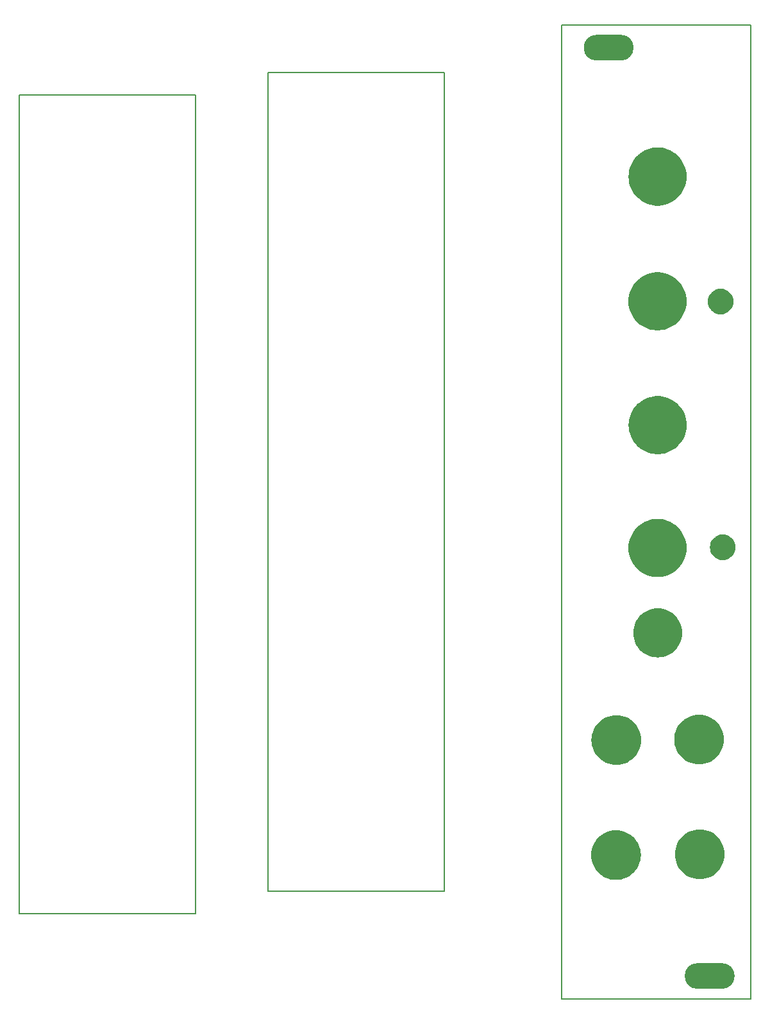
<source format=gbr>
%TF.GenerationSoftware,KiCad,Pcbnew,7.0.11-7.0.11~ubuntu22.04.1*%
%TF.CreationDate,2024-09-22T10:35:27-04:00*%
%TF.ProjectId,ad-vca,61642d76-6361-42e6-9b69-6361645f7063,rev?*%
%TF.SameCoordinates,Original*%
%TF.FileFunction,Profile,NP*%
%FSLAX46Y46*%
G04 Gerber Fmt 4.6, Leading zero omitted, Abs format (unit mm)*
G04 Created by KiCad (PCBNEW 7.0.11-7.0.11~ubuntu22.04.1) date 2024-09-22 10:35:27*
%MOMM*%
%LPD*%
G01*
G04 APERTURE LIST*
%TA.AperFunction,Profile*%
%ADD10C,0.150000*%
%TD*%
%TA.AperFunction,Profile*%
%ADD11C,0.200000*%
%TD*%
G04 APERTURE END LIST*
D10*
X179243834Y-137101610D02*
X179597615Y-137161720D01*
X179942441Y-137261062D01*
X180273976Y-137398389D01*
X180588051Y-137571972D01*
X180880715Y-137779628D01*
X181148290Y-138018747D01*
X181387409Y-138286322D01*
X181595065Y-138578986D01*
X181768648Y-138893061D01*
X181905975Y-139224596D01*
X182005317Y-139569422D01*
X182065427Y-139923203D01*
X182085548Y-140281489D01*
X182065427Y-140639775D01*
X182005317Y-140993556D01*
X181905975Y-141338382D01*
X181768648Y-141669917D01*
X181595065Y-141983992D01*
X181387409Y-142276656D01*
X181148290Y-142544231D01*
X180880715Y-142783350D01*
X180588051Y-142991006D01*
X180273976Y-143164589D01*
X179942441Y-143301916D01*
X179597615Y-143401258D01*
X179243834Y-143461368D01*
X178885548Y-143481489D01*
X178527262Y-143461368D01*
X178173481Y-143401258D01*
X177828655Y-143301916D01*
X177497120Y-143164589D01*
X177183045Y-142991006D01*
X176890381Y-142783350D01*
X176622806Y-142544231D01*
X176383687Y-142276656D01*
X176176031Y-141983992D01*
X176002448Y-141669917D01*
X175865121Y-141338382D01*
X175765779Y-140993556D01*
X175705669Y-140639775D01*
X175685548Y-140281489D01*
X175705669Y-139923203D01*
X175765779Y-139569422D01*
X175865121Y-139224596D01*
X176002448Y-138893061D01*
X176176031Y-138578986D01*
X176383687Y-138286322D01*
X176622806Y-138018747D01*
X176890381Y-137779628D01*
X177183045Y-137571972D01*
X177497120Y-137398389D01*
X177828655Y-137261062D01*
X178173481Y-137161720D01*
X178527262Y-137101610D01*
X178885548Y-137081489D01*
X179243834Y-137101610D01*
%TA.AperFunction,Profile*%
G36*
X179243834Y-137101610D02*
G01*
X179597615Y-137161720D01*
X179942441Y-137261062D01*
X180273976Y-137398389D01*
X180588051Y-137571972D01*
X180880715Y-137779628D01*
X181148290Y-138018747D01*
X181387409Y-138286322D01*
X181595065Y-138578986D01*
X181768648Y-138893061D01*
X181905975Y-139224596D01*
X182005317Y-139569422D01*
X182065427Y-139923203D01*
X182085548Y-140281489D01*
X182065427Y-140639775D01*
X182005317Y-140993556D01*
X181905975Y-141338382D01*
X181768648Y-141669917D01*
X181595065Y-141983992D01*
X181387409Y-142276656D01*
X181148290Y-142544231D01*
X180880715Y-142783350D01*
X180588051Y-142991006D01*
X180273976Y-143164589D01*
X179942441Y-143301916D01*
X179597615Y-143401258D01*
X179243834Y-143461368D01*
X178885548Y-143481489D01*
X178527262Y-143461368D01*
X178173481Y-143401258D01*
X177828655Y-143301916D01*
X177497120Y-143164589D01*
X177183045Y-142991006D01*
X176890381Y-142783350D01*
X176622806Y-142544231D01*
X176383687Y-142276656D01*
X176176031Y-141983992D01*
X176002448Y-141669917D01*
X175865121Y-141338382D01*
X175765779Y-140993556D01*
X175705669Y-140639775D01*
X175685548Y-140281489D01*
X175705669Y-139923203D01*
X175765779Y-139569422D01*
X175865121Y-139224596D01*
X176002448Y-138893061D01*
X176176031Y-138578986D01*
X176383687Y-138286322D01*
X176622806Y-138018747D01*
X176890381Y-137779628D01*
X177183045Y-137571972D01*
X177497120Y-137398389D01*
X177828655Y-137261062D01*
X178173481Y-137161720D01*
X178527262Y-137101610D01*
X178885548Y-137081489D01*
X179243834Y-137101610D01*
G37*
%TD.AperFunction*%
X184930229Y-96055601D02*
X185302686Y-96132143D01*
X185665488Y-96245973D01*
X186014912Y-96395923D01*
X186347374Y-96580454D01*
X186659461Y-96797673D01*
X186947971Y-97045351D01*
X187209944Y-97320946D01*
X187442691Y-97621630D01*
X187643824Y-97944319D01*
X187811280Y-98285700D01*
X187943339Y-98642271D01*
X188038647Y-99010373D01*
X188096226Y-99386228D01*
X188115485Y-99765980D01*
X188096226Y-100145732D01*
X188038647Y-100521587D01*
X187943339Y-100889689D01*
X187811280Y-101246260D01*
X187643824Y-101587641D01*
X187442691Y-101910330D01*
X187209944Y-102211014D01*
X186947971Y-102486609D01*
X186659461Y-102734287D01*
X186347374Y-102951506D01*
X186014912Y-103136037D01*
X185665488Y-103285987D01*
X185302686Y-103399817D01*
X184930229Y-103476359D01*
X184551940Y-103514827D01*
X184171700Y-103514827D01*
X183793411Y-103476359D01*
X183420954Y-103399817D01*
X183058152Y-103285987D01*
X182708728Y-103136037D01*
X182376266Y-102951506D01*
X182064179Y-102734287D01*
X181775669Y-102486609D01*
X181513696Y-102211014D01*
X181280949Y-101910330D01*
X181079816Y-101587641D01*
X180912360Y-101246260D01*
X180780301Y-100889689D01*
X180684993Y-100521587D01*
X180627414Y-100145732D01*
X180608155Y-99765980D01*
X180627414Y-99386228D01*
X180684993Y-99010373D01*
X180780301Y-98642271D01*
X180912360Y-98285700D01*
X181079816Y-97944319D01*
X181280949Y-97621630D01*
X181513696Y-97320946D01*
X181775669Y-97045351D01*
X182064179Y-96797673D01*
X182376266Y-96580454D01*
X182708728Y-96395923D01*
X183058152Y-96245973D01*
X183420954Y-96132143D01*
X183793411Y-96055601D01*
X184171700Y-96017133D01*
X184551940Y-96017133D01*
X184930229Y-96055601D01*
%TA.AperFunction,Profile*%
G36*
X184930229Y-96055601D02*
G01*
X185302686Y-96132143D01*
X185665488Y-96245973D01*
X186014912Y-96395923D01*
X186347374Y-96580454D01*
X186659461Y-96797673D01*
X186947971Y-97045351D01*
X187209944Y-97320946D01*
X187442691Y-97621630D01*
X187643824Y-97944319D01*
X187811280Y-98285700D01*
X187943339Y-98642271D01*
X188038647Y-99010373D01*
X188096226Y-99386228D01*
X188115485Y-99765980D01*
X188096226Y-100145732D01*
X188038647Y-100521587D01*
X187943339Y-100889689D01*
X187811280Y-101246260D01*
X187643824Y-101587641D01*
X187442691Y-101910330D01*
X187209944Y-102211014D01*
X186947971Y-102486609D01*
X186659461Y-102734287D01*
X186347374Y-102951506D01*
X186014912Y-103136037D01*
X185665488Y-103285987D01*
X185302686Y-103399817D01*
X184930229Y-103476359D01*
X184551940Y-103514827D01*
X184171700Y-103514827D01*
X183793411Y-103476359D01*
X183420954Y-103399817D01*
X183058152Y-103285987D01*
X182708728Y-103136037D01*
X182376266Y-102951506D01*
X182064179Y-102734287D01*
X181775669Y-102486609D01*
X181513696Y-102211014D01*
X181280949Y-101910330D01*
X181079816Y-101587641D01*
X180912360Y-101246260D01*
X180780301Y-100889689D01*
X180684993Y-100521587D01*
X180627414Y-100145732D01*
X180608155Y-99765980D01*
X180627414Y-99386228D01*
X180684993Y-99010373D01*
X180780301Y-98642271D01*
X180912360Y-98285700D01*
X181079816Y-97944319D01*
X181280949Y-97621630D01*
X181513696Y-97320946D01*
X181775669Y-97045351D01*
X182064179Y-96797673D01*
X182376266Y-96580454D01*
X182708728Y-96395923D01*
X183058152Y-96245973D01*
X183420954Y-96132143D01*
X183793411Y-96055601D01*
X184171700Y-96017133D01*
X184551940Y-96017133D01*
X184930229Y-96055601D01*
G37*
%TD.AperFunction*%
X184959342Y-79839161D02*
X185331799Y-79915703D01*
X185694601Y-80029533D01*
X186044025Y-80179483D01*
X186376487Y-80364014D01*
X186688574Y-80581233D01*
X186977084Y-80828911D01*
X187239057Y-81104506D01*
X187471804Y-81405190D01*
X187672937Y-81727879D01*
X187840393Y-82069260D01*
X187972452Y-82425831D01*
X188067760Y-82793933D01*
X188125339Y-83169788D01*
X188144598Y-83549540D01*
X188125339Y-83929292D01*
X188067760Y-84305147D01*
X187972452Y-84673249D01*
X187840393Y-85029820D01*
X187672937Y-85371201D01*
X187471804Y-85693890D01*
X187239057Y-85994574D01*
X186977084Y-86270169D01*
X186688574Y-86517847D01*
X186376487Y-86735066D01*
X186044025Y-86919597D01*
X185694601Y-87069547D01*
X185331799Y-87183377D01*
X184959342Y-87259919D01*
X184581053Y-87298387D01*
X184200813Y-87298387D01*
X183822524Y-87259919D01*
X183450067Y-87183377D01*
X183087265Y-87069547D01*
X182737841Y-86919597D01*
X182405379Y-86735066D01*
X182093292Y-86517847D01*
X181804782Y-86270169D01*
X181542809Y-85994574D01*
X181310062Y-85693890D01*
X181108929Y-85371201D01*
X180941473Y-85029820D01*
X180809414Y-84673249D01*
X180714106Y-84305147D01*
X180656527Y-83929292D01*
X180637268Y-83549540D01*
X180656527Y-83169788D01*
X180714106Y-82793933D01*
X180809414Y-82425831D01*
X180941473Y-82069260D01*
X181108929Y-81727879D01*
X181310062Y-81405190D01*
X181542809Y-81104506D01*
X181804782Y-80828911D01*
X182093292Y-80581233D01*
X182405379Y-80364014D01*
X182737841Y-80179483D01*
X183087265Y-80029533D01*
X183450067Y-79915703D01*
X183822524Y-79839161D01*
X184200813Y-79800693D01*
X184581053Y-79800693D01*
X184959342Y-79839161D01*
%TA.AperFunction,Profile*%
G36*
X184959342Y-79839161D02*
G01*
X185331799Y-79915703D01*
X185694601Y-80029533D01*
X186044025Y-80179483D01*
X186376487Y-80364014D01*
X186688574Y-80581233D01*
X186977084Y-80828911D01*
X187239057Y-81104506D01*
X187471804Y-81405190D01*
X187672937Y-81727879D01*
X187840393Y-82069260D01*
X187972452Y-82425831D01*
X188067760Y-82793933D01*
X188125339Y-83169788D01*
X188144598Y-83549540D01*
X188125339Y-83929292D01*
X188067760Y-84305147D01*
X187972452Y-84673249D01*
X187840393Y-85029820D01*
X187672937Y-85371201D01*
X187471804Y-85693890D01*
X187239057Y-85994574D01*
X186977084Y-86270169D01*
X186688574Y-86517847D01*
X186376487Y-86735066D01*
X186044025Y-86919597D01*
X185694601Y-87069547D01*
X185331799Y-87183377D01*
X184959342Y-87259919D01*
X184581053Y-87298387D01*
X184200813Y-87298387D01*
X183822524Y-87259919D01*
X183450067Y-87183377D01*
X183087265Y-87069547D01*
X182737841Y-86919597D01*
X182405379Y-86735066D01*
X182093292Y-86517847D01*
X181804782Y-86270169D01*
X181542809Y-85994574D01*
X181310062Y-85693890D01*
X181108929Y-85371201D01*
X180941473Y-85029820D01*
X180809414Y-84673249D01*
X180714106Y-84305147D01*
X180656527Y-83929292D01*
X180637268Y-83549540D01*
X180656527Y-83169788D01*
X180714106Y-82793933D01*
X180809414Y-82425831D01*
X180941473Y-82069260D01*
X181108929Y-81727879D01*
X181310062Y-81405190D01*
X181542809Y-81104506D01*
X181804782Y-80828911D01*
X182093292Y-80581233D01*
X182405379Y-80364014D01*
X182737841Y-80179483D01*
X183087265Y-80029533D01*
X183450067Y-79915703D01*
X183822524Y-79839161D01*
X184200813Y-79800693D01*
X184581053Y-79800693D01*
X184959342Y-79839161D01*
G37*
%TD.AperFunction*%
D11*
X100060000Y-39998528D02*
X123380000Y-39998528D01*
X123380000Y-147998528D01*
X100060000Y-147998528D01*
X100060000Y-39998528D01*
D10*
X193234940Y-98092349D02*
X193479072Y-98150960D01*
X193711030Y-98247040D01*
X193925101Y-98378223D01*
X194116016Y-98541279D01*
X194279072Y-98732194D01*
X194410255Y-98946265D01*
X194506335Y-99178223D01*
X194564946Y-99422355D01*
X194584645Y-99672650D01*
X194564946Y-99922945D01*
X194506335Y-100167077D01*
X194410255Y-100399035D01*
X194279072Y-100613106D01*
X194116016Y-100804021D01*
X193925101Y-100967077D01*
X193711030Y-101098260D01*
X193479072Y-101194340D01*
X193234940Y-101252951D01*
X192984645Y-101272650D01*
X192734350Y-101252951D01*
X192490218Y-101194340D01*
X192258260Y-101098260D01*
X192044189Y-100967077D01*
X191853274Y-100804021D01*
X191690218Y-100613106D01*
X191559035Y-100399035D01*
X191462955Y-100167077D01*
X191404344Y-99922945D01*
X191384645Y-99672650D01*
X191404344Y-99422355D01*
X191462955Y-99178223D01*
X191559035Y-98946265D01*
X191690218Y-98732194D01*
X191853274Y-98541279D01*
X192044189Y-98378223D01*
X192258260Y-98247040D01*
X192490218Y-98150960D01*
X192734350Y-98092349D01*
X192984645Y-98072650D01*
X193234940Y-98092349D01*
%TA.AperFunction,Profile*%
G36*
X193234940Y-98092349D02*
G01*
X193479072Y-98150960D01*
X193711030Y-98247040D01*
X193925101Y-98378223D01*
X194116016Y-98541279D01*
X194279072Y-98732194D01*
X194410255Y-98946265D01*
X194506335Y-99178223D01*
X194564946Y-99422355D01*
X194584645Y-99672650D01*
X194564946Y-99922945D01*
X194506335Y-100167077D01*
X194410255Y-100399035D01*
X194279072Y-100613106D01*
X194116016Y-100804021D01*
X193925101Y-100967077D01*
X193711030Y-101098260D01*
X193479072Y-101194340D01*
X193234940Y-101252951D01*
X192984645Y-101272650D01*
X192734350Y-101252951D01*
X192490218Y-101194340D01*
X192258260Y-101098260D01*
X192044189Y-100967077D01*
X191853274Y-100804021D01*
X191690218Y-100613106D01*
X191559035Y-100399035D01*
X191462955Y-100167077D01*
X191404344Y-99922945D01*
X191384645Y-99672650D01*
X191404344Y-99422355D01*
X191462955Y-99178223D01*
X191559035Y-98946265D01*
X191690218Y-98732194D01*
X191853274Y-98541279D01*
X192044189Y-98378223D01*
X192258260Y-98247040D01*
X192490218Y-98150960D01*
X192734350Y-98092349D01*
X192984645Y-98072650D01*
X193234940Y-98092349D01*
G37*
%TD.AperFunction*%
D11*
X132895000Y-37035000D02*
X156215000Y-37035000D01*
X156215000Y-145035000D01*
X132895000Y-145035000D01*
X132895000Y-37035000D01*
X171704000Y-30758000D02*
X196684000Y-30758000D01*
X196684000Y-159258000D01*
X171704000Y-159258000D01*
X171704000Y-30758000D01*
D10*
X179282460Y-121928785D02*
X179636241Y-121988895D01*
X179981067Y-122088237D01*
X180312602Y-122225564D01*
X180626677Y-122399147D01*
X180919341Y-122606803D01*
X181186916Y-122845922D01*
X181426035Y-123113497D01*
X181633691Y-123406161D01*
X181807274Y-123720236D01*
X181944601Y-124051771D01*
X182043943Y-124396597D01*
X182104053Y-124750378D01*
X182124174Y-125108664D01*
X182104053Y-125466950D01*
X182043943Y-125820731D01*
X181944601Y-126165557D01*
X181807274Y-126497092D01*
X181633691Y-126811167D01*
X181426035Y-127103831D01*
X181186916Y-127371406D01*
X180919341Y-127610525D01*
X180626677Y-127818181D01*
X180312602Y-127991764D01*
X179981067Y-128129091D01*
X179636241Y-128228433D01*
X179282460Y-128288543D01*
X178924174Y-128308664D01*
X178565888Y-128288543D01*
X178212107Y-128228433D01*
X177867281Y-128129091D01*
X177535746Y-127991764D01*
X177221671Y-127818181D01*
X176929007Y-127610525D01*
X176661432Y-127371406D01*
X176422313Y-127103831D01*
X176214657Y-126811167D01*
X176041074Y-126497092D01*
X175903747Y-126165557D01*
X175804405Y-125820731D01*
X175744295Y-125466950D01*
X175724174Y-125108664D01*
X175744295Y-124750378D01*
X175804405Y-124396597D01*
X175903747Y-124051771D01*
X176041074Y-123720236D01*
X176214657Y-123406161D01*
X176422313Y-123113497D01*
X176661432Y-122845922D01*
X176929007Y-122606803D01*
X177221671Y-122399147D01*
X177535746Y-122225564D01*
X177867281Y-122088237D01*
X178212107Y-121988895D01*
X178565888Y-121928785D01*
X178924174Y-121908664D01*
X179282460Y-121928785D01*
%TA.AperFunction,Profile*%
G36*
X179282460Y-121928785D02*
G01*
X179636241Y-121988895D01*
X179981067Y-122088237D01*
X180312602Y-122225564D01*
X180626677Y-122399147D01*
X180919341Y-122606803D01*
X181186916Y-122845922D01*
X181426035Y-123113497D01*
X181633691Y-123406161D01*
X181807274Y-123720236D01*
X181944601Y-124051771D01*
X182043943Y-124396597D01*
X182104053Y-124750378D01*
X182124174Y-125108664D01*
X182104053Y-125466950D01*
X182043943Y-125820731D01*
X181944601Y-126165557D01*
X181807274Y-126497092D01*
X181633691Y-126811167D01*
X181426035Y-127103831D01*
X181186916Y-127371406D01*
X180919341Y-127610525D01*
X180626677Y-127818181D01*
X180312602Y-127991764D01*
X179981067Y-128129091D01*
X179636241Y-128228433D01*
X179282460Y-128288543D01*
X178924174Y-128308664D01*
X178565888Y-128288543D01*
X178212107Y-128228433D01*
X177867281Y-128129091D01*
X177535746Y-127991764D01*
X177221671Y-127818181D01*
X176929007Y-127610525D01*
X176661432Y-127371406D01*
X176422313Y-127103831D01*
X176214657Y-126811167D01*
X176041074Y-126497092D01*
X175903747Y-126165557D01*
X175804405Y-125820731D01*
X175744295Y-125466950D01*
X175724174Y-125108664D01*
X175744295Y-124750378D01*
X175804405Y-124396597D01*
X175903747Y-124051771D01*
X176041074Y-123720236D01*
X176214657Y-123406161D01*
X176422313Y-123113497D01*
X176661432Y-122845922D01*
X176929007Y-122606803D01*
X177221671Y-122399147D01*
X177535746Y-122225564D01*
X177867281Y-122088237D01*
X178212107Y-121988895D01*
X178565888Y-121928785D01*
X178924174Y-121908664D01*
X179282460Y-121928785D01*
G37*
%TD.AperFunction*%
X184749033Y-107828431D02*
X185098119Y-107887743D01*
X185438368Y-107985767D01*
X185765503Y-108121271D01*
X186075410Y-108292550D01*
X186364190Y-108497451D01*
X186628214Y-108733396D01*
X186864159Y-108997420D01*
X187069060Y-109286200D01*
X187240339Y-109596107D01*
X187375843Y-109923242D01*
X187473867Y-110263491D01*
X187533179Y-110612577D01*
X187553033Y-110966108D01*
X187533179Y-111319639D01*
X187473867Y-111668725D01*
X187375843Y-112008974D01*
X187240339Y-112336109D01*
X187069060Y-112646016D01*
X186864159Y-112934796D01*
X186628214Y-113198820D01*
X186364190Y-113434765D01*
X186075410Y-113639666D01*
X185765503Y-113810945D01*
X185438368Y-113946449D01*
X185098119Y-114044473D01*
X184749033Y-114103785D01*
X184395502Y-114123639D01*
X184041971Y-114103785D01*
X183692885Y-114044473D01*
X183352636Y-113946449D01*
X183025501Y-113810945D01*
X182715594Y-113639666D01*
X182426814Y-113434765D01*
X182162790Y-113198820D01*
X181926845Y-112934796D01*
X181721944Y-112646016D01*
X181550665Y-112336109D01*
X181415161Y-112008974D01*
X181317137Y-111668725D01*
X181257825Y-111319639D01*
X181237971Y-110966108D01*
X181257825Y-110612577D01*
X181317137Y-110263491D01*
X181415161Y-109923242D01*
X181550665Y-109596107D01*
X181721944Y-109286200D01*
X181926845Y-108997420D01*
X182162790Y-108733396D01*
X182426814Y-108497451D01*
X182715594Y-108292550D01*
X183025501Y-108121271D01*
X183352636Y-107985767D01*
X183692885Y-107887743D01*
X184041971Y-107828431D01*
X184395502Y-107808577D01*
X184749033Y-107828431D01*
%TA.AperFunction,Profile*%
G36*
X184749033Y-107828431D02*
G01*
X185098119Y-107887743D01*
X185438368Y-107985767D01*
X185765503Y-108121271D01*
X186075410Y-108292550D01*
X186364190Y-108497451D01*
X186628214Y-108733396D01*
X186864159Y-108997420D01*
X187069060Y-109286200D01*
X187240339Y-109596107D01*
X187375843Y-109923242D01*
X187473867Y-110263491D01*
X187533179Y-110612577D01*
X187553033Y-110966108D01*
X187533179Y-111319639D01*
X187473867Y-111668725D01*
X187375843Y-112008974D01*
X187240339Y-112336109D01*
X187069060Y-112646016D01*
X186864159Y-112934796D01*
X186628214Y-113198820D01*
X186364190Y-113434765D01*
X186075410Y-113639666D01*
X185765503Y-113810945D01*
X185438368Y-113946449D01*
X185098119Y-114044473D01*
X184749033Y-114103785D01*
X184395502Y-114123639D01*
X184041971Y-114103785D01*
X183692885Y-114044473D01*
X183352636Y-113946449D01*
X183025501Y-113810945D01*
X182715594Y-113639666D01*
X182426814Y-113434765D01*
X182162790Y-113198820D01*
X181926845Y-112934796D01*
X181721944Y-112646016D01*
X181550665Y-112336109D01*
X181415161Y-112008974D01*
X181317137Y-111668725D01*
X181257825Y-111319639D01*
X181237971Y-110966108D01*
X181257825Y-110612577D01*
X181317137Y-110263491D01*
X181415161Y-109923242D01*
X181550665Y-109596107D01*
X181721944Y-109286200D01*
X181926845Y-108997420D01*
X182162790Y-108733396D01*
X182426814Y-108497451D01*
X182715594Y-108292550D01*
X183025501Y-108121271D01*
X183352636Y-107985767D01*
X183692885Y-107887743D01*
X184041971Y-107828431D01*
X184395502Y-107808577D01*
X184749033Y-107828431D01*
G37*
%TD.AperFunction*%
D11*
X179614000Y-32140469D02*
X179614000Y-32140469D01*
G75*
G02*
X181114000Y-33640469I0J-1500031D01*
G01*
X181114000Y-33840469D01*
G75*
G02*
X179614000Y-35340469I-1500000J-31D01*
G01*
X176214000Y-35340469D01*
G75*
G02*
X174714000Y-33840469I0J1499969D01*
G01*
X174714000Y-33640469D01*
G75*
G02*
X176214000Y-32140469I1500000J-31D01*
G01*
X179614000Y-32140469D01*
%TA.AperFunction,Profile*%
G36*
X179614000Y-32140469D02*
G01*
X179614000Y-32140469D01*
G75*
G02*
X181114000Y-33640469I0J-1500031D01*
G01*
X181114000Y-33840469D01*
G75*
G02*
X179614000Y-35340469I-1500000J-31D01*
G01*
X176214000Y-35340469D01*
G75*
G02*
X174714000Y-33840469I0J1499969D01*
G01*
X174714000Y-33640469D01*
G75*
G02*
X176214000Y-32140469I1500000J-31D01*
G01*
X179614000Y-32140469D01*
G37*
%TD.AperFunction*%
D10*
X184945100Y-47045042D02*
X185317557Y-47121584D01*
X185680359Y-47235414D01*
X186029783Y-47385364D01*
X186362245Y-47569895D01*
X186674332Y-47787114D01*
X186962842Y-48034792D01*
X187224815Y-48310387D01*
X187457562Y-48611071D01*
X187658695Y-48933760D01*
X187826151Y-49275141D01*
X187958210Y-49631712D01*
X188053518Y-49999814D01*
X188111097Y-50375669D01*
X188130356Y-50755421D01*
X188111097Y-51135173D01*
X188053518Y-51511028D01*
X187958210Y-51879130D01*
X187826151Y-52235701D01*
X187658695Y-52577082D01*
X187457562Y-52899771D01*
X187224815Y-53200455D01*
X186962842Y-53476050D01*
X186674332Y-53723728D01*
X186362245Y-53940947D01*
X186029783Y-54125478D01*
X185680359Y-54275428D01*
X185317557Y-54389258D01*
X184945100Y-54465800D01*
X184566811Y-54504268D01*
X184186571Y-54504268D01*
X183808282Y-54465800D01*
X183435825Y-54389258D01*
X183073023Y-54275428D01*
X182723599Y-54125478D01*
X182391137Y-53940947D01*
X182079050Y-53723728D01*
X181790540Y-53476050D01*
X181528567Y-53200455D01*
X181295820Y-52899771D01*
X181094687Y-52577082D01*
X180927231Y-52235701D01*
X180795172Y-51879130D01*
X180699864Y-51511028D01*
X180642285Y-51135173D01*
X180623026Y-50755421D01*
X180642285Y-50375669D01*
X180699864Y-49999814D01*
X180795172Y-49631712D01*
X180927231Y-49275141D01*
X181094687Y-48933760D01*
X181295820Y-48611071D01*
X181528567Y-48310387D01*
X181790540Y-48034792D01*
X182079050Y-47787114D01*
X182391137Y-47569895D01*
X182723599Y-47385364D01*
X183073023Y-47235414D01*
X183435825Y-47121584D01*
X183808282Y-47045042D01*
X184186571Y-47006574D01*
X184566811Y-47006574D01*
X184945100Y-47045042D01*
%TA.AperFunction,Profile*%
G36*
X184945100Y-47045042D02*
G01*
X185317557Y-47121584D01*
X185680359Y-47235414D01*
X186029783Y-47385364D01*
X186362245Y-47569895D01*
X186674332Y-47787114D01*
X186962842Y-48034792D01*
X187224815Y-48310387D01*
X187457562Y-48611071D01*
X187658695Y-48933760D01*
X187826151Y-49275141D01*
X187958210Y-49631712D01*
X188053518Y-49999814D01*
X188111097Y-50375669D01*
X188130356Y-50755421D01*
X188111097Y-51135173D01*
X188053518Y-51511028D01*
X187958210Y-51879130D01*
X187826151Y-52235701D01*
X187658695Y-52577082D01*
X187457562Y-52899771D01*
X187224815Y-53200455D01*
X186962842Y-53476050D01*
X186674332Y-53723728D01*
X186362245Y-53940947D01*
X186029783Y-54125478D01*
X185680359Y-54275428D01*
X185317557Y-54389258D01*
X184945100Y-54465800D01*
X184566811Y-54504268D01*
X184186571Y-54504268D01*
X183808282Y-54465800D01*
X183435825Y-54389258D01*
X183073023Y-54275428D01*
X182723599Y-54125478D01*
X182391137Y-53940947D01*
X182079050Y-53723728D01*
X181790540Y-53476050D01*
X181528567Y-53200455D01*
X181295820Y-52899771D01*
X181094687Y-52577082D01*
X180927231Y-52235701D01*
X180795172Y-51879130D01*
X180699864Y-51511028D01*
X180642285Y-51135173D01*
X180623026Y-50755421D01*
X180642285Y-50375669D01*
X180699864Y-49999814D01*
X180795172Y-49631712D01*
X180927231Y-49275141D01*
X181094687Y-48933760D01*
X181295820Y-48611071D01*
X181528567Y-48310387D01*
X181790540Y-48034792D01*
X182079050Y-47787114D01*
X182391137Y-47569895D01*
X182723599Y-47385364D01*
X183073023Y-47235414D01*
X183435825Y-47121584D01*
X183808282Y-47045042D01*
X184186571Y-47006574D01*
X184566811Y-47006574D01*
X184945100Y-47045042D01*
G37*
%TD.AperFunction*%
X184941841Y-63500898D02*
X185314298Y-63577440D01*
X185677100Y-63691270D01*
X186026524Y-63841220D01*
X186358986Y-64025751D01*
X186671073Y-64242970D01*
X186959583Y-64490648D01*
X187221556Y-64766243D01*
X187454303Y-65066927D01*
X187655436Y-65389616D01*
X187822892Y-65730997D01*
X187954951Y-66087568D01*
X188050259Y-66455670D01*
X188107838Y-66831525D01*
X188127097Y-67211277D01*
X188107838Y-67591029D01*
X188050259Y-67966884D01*
X187954951Y-68334986D01*
X187822892Y-68691557D01*
X187655436Y-69032938D01*
X187454303Y-69355627D01*
X187221556Y-69656311D01*
X186959583Y-69931906D01*
X186671073Y-70179584D01*
X186358986Y-70396803D01*
X186026524Y-70581334D01*
X185677100Y-70731284D01*
X185314298Y-70845114D01*
X184941841Y-70921656D01*
X184563552Y-70960124D01*
X184183312Y-70960124D01*
X183805023Y-70921656D01*
X183432566Y-70845114D01*
X183069764Y-70731284D01*
X182720340Y-70581334D01*
X182387878Y-70396803D01*
X182075791Y-70179584D01*
X181787281Y-69931906D01*
X181525308Y-69656311D01*
X181292561Y-69355627D01*
X181091428Y-69032938D01*
X180923972Y-68691557D01*
X180791913Y-68334986D01*
X180696605Y-67966884D01*
X180639026Y-67591029D01*
X180619767Y-67211277D01*
X180639026Y-66831525D01*
X180696605Y-66455670D01*
X180791913Y-66087568D01*
X180923972Y-65730997D01*
X181091428Y-65389616D01*
X181292561Y-65066927D01*
X181525308Y-64766243D01*
X181787281Y-64490648D01*
X182075791Y-64242970D01*
X182387878Y-64025751D01*
X182720340Y-63841220D01*
X183069764Y-63691270D01*
X183432566Y-63577440D01*
X183805023Y-63500898D01*
X184183312Y-63462430D01*
X184563552Y-63462430D01*
X184941841Y-63500898D01*
%TA.AperFunction,Profile*%
G36*
X184941841Y-63500898D02*
G01*
X185314298Y-63577440D01*
X185677100Y-63691270D01*
X186026524Y-63841220D01*
X186358986Y-64025751D01*
X186671073Y-64242970D01*
X186959583Y-64490648D01*
X187221556Y-64766243D01*
X187454303Y-65066927D01*
X187655436Y-65389616D01*
X187822892Y-65730997D01*
X187954951Y-66087568D01*
X188050259Y-66455670D01*
X188107838Y-66831525D01*
X188127097Y-67211277D01*
X188107838Y-67591029D01*
X188050259Y-67966884D01*
X187954951Y-68334986D01*
X187822892Y-68691557D01*
X187655436Y-69032938D01*
X187454303Y-69355627D01*
X187221556Y-69656311D01*
X186959583Y-69931906D01*
X186671073Y-70179584D01*
X186358986Y-70396803D01*
X186026524Y-70581334D01*
X185677100Y-70731284D01*
X185314298Y-70845114D01*
X184941841Y-70921656D01*
X184563552Y-70960124D01*
X184183312Y-70960124D01*
X183805023Y-70921656D01*
X183432566Y-70845114D01*
X183069764Y-70731284D01*
X182720340Y-70581334D01*
X182387878Y-70396803D01*
X182075791Y-70179584D01*
X181787281Y-69931906D01*
X181525308Y-69656311D01*
X181292561Y-69355627D01*
X181091428Y-69032938D01*
X180923972Y-68691557D01*
X180791913Y-68334986D01*
X180696605Y-67966884D01*
X180639026Y-67591029D01*
X180619767Y-67211277D01*
X180639026Y-66831525D01*
X180696605Y-66455670D01*
X180791913Y-66087568D01*
X180923972Y-65730997D01*
X181091428Y-65389616D01*
X181292561Y-65066927D01*
X181525308Y-64766243D01*
X181787281Y-64490648D01*
X182075791Y-64242970D01*
X182387878Y-64025751D01*
X182720340Y-63841220D01*
X183069764Y-63691270D01*
X183432566Y-63577440D01*
X183805023Y-63500898D01*
X184183312Y-63462430D01*
X184563552Y-63462430D01*
X184941841Y-63500898D01*
G37*
%TD.AperFunction*%
X192941868Y-65662478D02*
X193186000Y-65721089D01*
X193417958Y-65817169D01*
X193632029Y-65948352D01*
X193822944Y-66111408D01*
X193986000Y-66302323D01*
X194117183Y-66516394D01*
X194213263Y-66748352D01*
X194271874Y-66992484D01*
X194291573Y-67242779D01*
X194271874Y-67493074D01*
X194213263Y-67737206D01*
X194117183Y-67969164D01*
X193986000Y-68183235D01*
X193822944Y-68374150D01*
X193632029Y-68537206D01*
X193417958Y-68668389D01*
X193186000Y-68764469D01*
X192941868Y-68823080D01*
X192691573Y-68842779D01*
X192441278Y-68823080D01*
X192197146Y-68764469D01*
X191965188Y-68668389D01*
X191751117Y-68537206D01*
X191560202Y-68374150D01*
X191397146Y-68183235D01*
X191265963Y-67969164D01*
X191169883Y-67737206D01*
X191111272Y-67493074D01*
X191091573Y-67242779D01*
X191111272Y-66992484D01*
X191169883Y-66748352D01*
X191265963Y-66516394D01*
X191397146Y-66302323D01*
X191560202Y-66111408D01*
X191751117Y-65948352D01*
X191965188Y-65817169D01*
X192197146Y-65721089D01*
X192441278Y-65662478D01*
X192691573Y-65642779D01*
X192941868Y-65662478D01*
%TA.AperFunction,Profile*%
G36*
X192941868Y-65662478D02*
G01*
X193186000Y-65721089D01*
X193417958Y-65817169D01*
X193632029Y-65948352D01*
X193822944Y-66111408D01*
X193986000Y-66302323D01*
X194117183Y-66516394D01*
X194213263Y-66748352D01*
X194271874Y-66992484D01*
X194291573Y-67242779D01*
X194271874Y-67493074D01*
X194213263Y-67737206D01*
X194117183Y-67969164D01*
X193986000Y-68183235D01*
X193822944Y-68374150D01*
X193632029Y-68537206D01*
X193417958Y-68668389D01*
X193186000Y-68764469D01*
X192941868Y-68823080D01*
X192691573Y-68842779D01*
X192441278Y-68823080D01*
X192197146Y-68764469D01*
X191965188Y-68668389D01*
X191751117Y-68537206D01*
X191560202Y-68374150D01*
X191397146Y-68183235D01*
X191265963Y-67969164D01*
X191169883Y-67737206D01*
X191111272Y-67493074D01*
X191091573Y-67242779D01*
X191111272Y-66992484D01*
X191169883Y-66748352D01*
X191265963Y-66516394D01*
X191397146Y-66302323D01*
X191560202Y-66111408D01*
X191751117Y-65948352D01*
X191965188Y-65817169D01*
X192197146Y-65721089D01*
X192441278Y-65662478D01*
X192691573Y-65642779D01*
X192941868Y-65662478D01*
G37*
%TD.AperFunction*%
D11*
X192956000Y-154640469D02*
X192956000Y-154640469D01*
G75*
G02*
X194456000Y-156140469I0J-1500031D01*
G01*
X194456000Y-156340469D01*
G75*
G02*
X192956000Y-157840469I-1500000J-31D01*
G01*
X189556000Y-157840469D01*
G75*
G02*
X188056000Y-156340469I0J1499969D01*
G01*
X188056000Y-156140469D01*
G75*
G02*
X189556000Y-154640469I1500000J-31D01*
G01*
X192956000Y-154640469D01*
%TA.AperFunction,Profile*%
G36*
X192956000Y-154640469D02*
G01*
X192956000Y-154640469D01*
G75*
G02*
X194456000Y-156140469I0J-1500031D01*
G01*
X194456000Y-156340469D01*
G75*
G02*
X192956000Y-157840469I-1500000J-31D01*
G01*
X189556000Y-157840469D01*
G75*
G02*
X188056000Y-156340469I0J1499969D01*
G01*
X188056000Y-156140469D01*
G75*
G02*
X189556000Y-154640469I1500000J-31D01*
G01*
X192956000Y-154640469D01*
G37*
%TD.AperFunction*%
D10*
X190211028Y-121852863D02*
X190564809Y-121912973D01*
X190909635Y-122012315D01*
X191241170Y-122149642D01*
X191555245Y-122323225D01*
X191847909Y-122530881D01*
X192115484Y-122770000D01*
X192354603Y-123037575D01*
X192562259Y-123330239D01*
X192735842Y-123644314D01*
X192873169Y-123975849D01*
X192972511Y-124320675D01*
X193032621Y-124674456D01*
X193052742Y-125032742D01*
X193032621Y-125391028D01*
X192972511Y-125744809D01*
X192873169Y-126089635D01*
X192735842Y-126421170D01*
X192562259Y-126735245D01*
X192354603Y-127027909D01*
X192115484Y-127295484D01*
X191847909Y-127534603D01*
X191555245Y-127742259D01*
X191241170Y-127915842D01*
X190909635Y-128053169D01*
X190564809Y-128152511D01*
X190211028Y-128212621D01*
X189852742Y-128232742D01*
X189494456Y-128212621D01*
X189140675Y-128152511D01*
X188795849Y-128053169D01*
X188464314Y-127915842D01*
X188150239Y-127742259D01*
X187857575Y-127534603D01*
X187590000Y-127295484D01*
X187350881Y-127027909D01*
X187143225Y-126735245D01*
X186969642Y-126421170D01*
X186832315Y-126089635D01*
X186732973Y-125744809D01*
X186672863Y-125391028D01*
X186652742Y-125032742D01*
X186672863Y-124674456D01*
X186732973Y-124320675D01*
X186832315Y-123975849D01*
X186969642Y-123644314D01*
X187143225Y-123330239D01*
X187350881Y-123037575D01*
X187590000Y-122770000D01*
X187857575Y-122530881D01*
X188150239Y-122323225D01*
X188464314Y-122149642D01*
X188795849Y-122012315D01*
X189140675Y-121912973D01*
X189494456Y-121852863D01*
X189852742Y-121832742D01*
X190211028Y-121852863D01*
%TA.AperFunction,Profile*%
G36*
X190211028Y-121852863D02*
G01*
X190564809Y-121912973D01*
X190909635Y-122012315D01*
X191241170Y-122149642D01*
X191555245Y-122323225D01*
X191847909Y-122530881D01*
X192115484Y-122770000D01*
X192354603Y-123037575D01*
X192562259Y-123330239D01*
X192735842Y-123644314D01*
X192873169Y-123975849D01*
X192972511Y-124320675D01*
X193032621Y-124674456D01*
X193052742Y-125032742D01*
X193032621Y-125391028D01*
X192972511Y-125744809D01*
X192873169Y-126089635D01*
X192735842Y-126421170D01*
X192562259Y-126735245D01*
X192354603Y-127027909D01*
X192115484Y-127295484D01*
X191847909Y-127534603D01*
X191555245Y-127742259D01*
X191241170Y-127915842D01*
X190909635Y-128053169D01*
X190564809Y-128152511D01*
X190211028Y-128212621D01*
X189852742Y-128232742D01*
X189494456Y-128212621D01*
X189140675Y-128152511D01*
X188795849Y-128053169D01*
X188464314Y-127915842D01*
X188150239Y-127742259D01*
X187857575Y-127534603D01*
X187590000Y-127295484D01*
X187350881Y-127027909D01*
X187143225Y-126735245D01*
X186969642Y-126421170D01*
X186832315Y-126089635D01*
X186732973Y-125744809D01*
X186672863Y-125391028D01*
X186652742Y-125032742D01*
X186672863Y-124674456D01*
X186732973Y-124320675D01*
X186832315Y-123975849D01*
X186969642Y-123644314D01*
X187143225Y-123330239D01*
X187350881Y-123037575D01*
X187590000Y-122770000D01*
X187857575Y-122530881D01*
X188150239Y-122323225D01*
X188464314Y-122149642D01*
X188795849Y-122012315D01*
X189140675Y-121912973D01*
X189494456Y-121852863D01*
X189852742Y-121832742D01*
X190211028Y-121852863D01*
G37*
%TD.AperFunction*%
X190301630Y-137001959D02*
X190655411Y-137062069D01*
X191000237Y-137161411D01*
X191331772Y-137298738D01*
X191645847Y-137472321D01*
X191938511Y-137679977D01*
X192206086Y-137919096D01*
X192445205Y-138186671D01*
X192652861Y-138479335D01*
X192826444Y-138793410D01*
X192963771Y-139124945D01*
X193063113Y-139469771D01*
X193123223Y-139823552D01*
X193143344Y-140181838D01*
X193123223Y-140540124D01*
X193063113Y-140893905D01*
X192963771Y-141238731D01*
X192826444Y-141570266D01*
X192652861Y-141884341D01*
X192445205Y-142177005D01*
X192206086Y-142444580D01*
X191938511Y-142683699D01*
X191645847Y-142891355D01*
X191331772Y-143064938D01*
X191000237Y-143202265D01*
X190655411Y-143301607D01*
X190301630Y-143361717D01*
X189943344Y-143381838D01*
X189585058Y-143361717D01*
X189231277Y-143301607D01*
X188886451Y-143202265D01*
X188554916Y-143064938D01*
X188240841Y-142891355D01*
X187948177Y-142683699D01*
X187680602Y-142444580D01*
X187441483Y-142177005D01*
X187233827Y-141884341D01*
X187060244Y-141570266D01*
X186922917Y-141238731D01*
X186823575Y-140893905D01*
X186763465Y-140540124D01*
X186743344Y-140181838D01*
X186763465Y-139823552D01*
X186823575Y-139469771D01*
X186922917Y-139124945D01*
X187060244Y-138793410D01*
X187233827Y-138479335D01*
X187441483Y-138186671D01*
X187680602Y-137919096D01*
X187948177Y-137679977D01*
X188240841Y-137472321D01*
X188554916Y-137298738D01*
X188886451Y-137161411D01*
X189231277Y-137062069D01*
X189585058Y-137001959D01*
X189943344Y-136981838D01*
X190301630Y-137001959D01*
%TA.AperFunction,Profile*%
G36*
X190301630Y-137001959D02*
G01*
X190655411Y-137062069D01*
X191000237Y-137161411D01*
X191331772Y-137298738D01*
X191645847Y-137472321D01*
X191938511Y-137679977D01*
X192206086Y-137919096D01*
X192445205Y-138186671D01*
X192652861Y-138479335D01*
X192826444Y-138793410D01*
X192963771Y-139124945D01*
X193063113Y-139469771D01*
X193123223Y-139823552D01*
X193143344Y-140181838D01*
X193123223Y-140540124D01*
X193063113Y-140893905D01*
X192963771Y-141238731D01*
X192826444Y-141570266D01*
X192652861Y-141884341D01*
X192445205Y-142177005D01*
X192206086Y-142444580D01*
X191938511Y-142683699D01*
X191645847Y-142891355D01*
X191331772Y-143064938D01*
X191000237Y-143202265D01*
X190655411Y-143301607D01*
X190301630Y-143361717D01*
X189943344Y-143381838D01*
X189585058Y-143361717D01*
X189231277Y-143301607D01*
X188886451Y-143202265D01*
X188554916Y-143064938D01*
X188240841Y-142891355D01*
X187948177Y-142683699D01*
X187680602Y-142444580D01*
X187441483Y-142177005D01*
X187233827Y-141884341D01*
X187060244Y-141570266D01*
X186922917Y-141238731D01*
X186823575Y-140893905D01*
X186763465Y-140540124D01*
X186743344Y-140181838D01*
X186763465Y-139823552D01*
X186823575Y-139469771D01*
X186922917Y-139124945D01*
X187060244Y-138793410D01*
X187233827Y-138479335D01*
X187441483Y-138186671D01*
X187680602Y-137919096D01*
X187948177Y-137679977D01*
X188240841Y-137472321D01*
X188554916Y-137298738D01*
X188886451Y-137161411D01*
X189231277Y-137062069D01*
X189585058Y-137001959D01*
X189943344Y-136981838D01*
X190301630Y-137001959D01*
G37*
%TD.AperFunction*%
M02*

</source>
